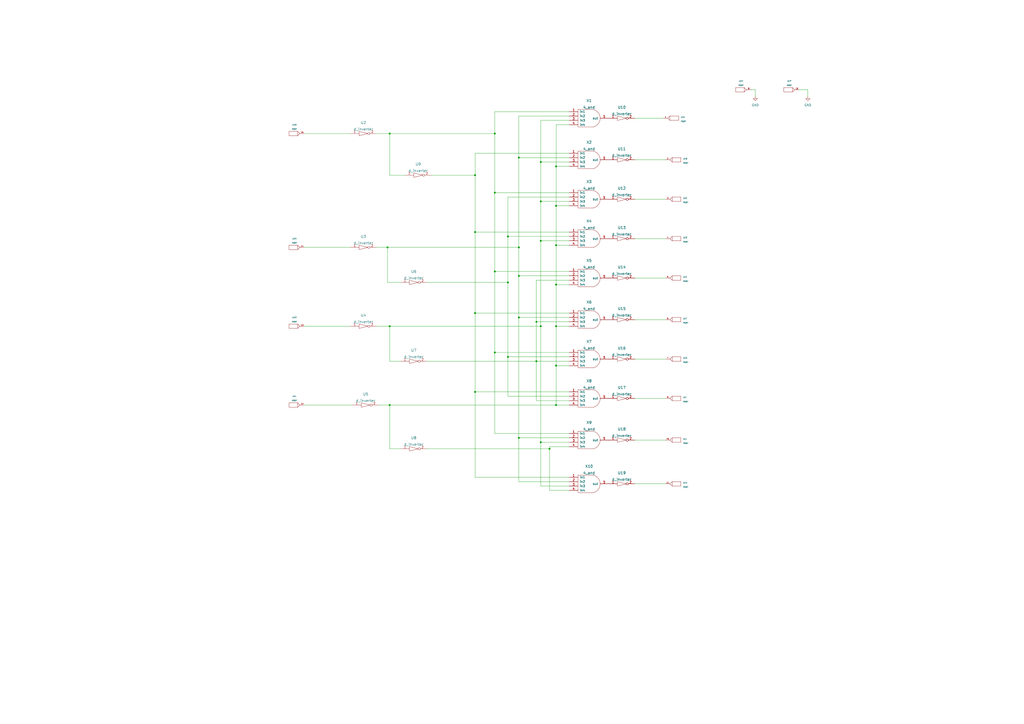
<source format=kicad_sch>
(kicad_sch (version 20211123) (generator eeschema)
  (paper "A2")
  (lib_symbols
    (symbol "eSim_Digital:d_inverter" (pin_names (offset 1.016))
      (property "Reference" "U" (at 0 -2.54 0))
      (property "Value" "d_inverter" (at 0 3.81 0))
      (symbol "d_inverter_0_1"
        (polyline (pts (xy -2.54 1.27) (xy -2.54 -1.27) (xy 2.54 0) (xy -2.54 1.27)))
      )
      (symbol "d_inverter_1_1"
        (pin input line (at -7.62 0 0) (length 5.08) (name "~") (number "1"))
        (pin output inverted (at 7.62 0 180) (length 5.08) (name "~") (number "2"))
      )
    )
    (symbol "eSim_Miscellaneous:PORT" (pin_names (offset 1.016))
      (property "Reference" "U" (at 1.27 2.54 0))
      (property "Value" "PORT" (at 0 0 0))
      (symbol "PORT_0_1"
        (rectangle (start -2.54 1.27) (end 2.54 -1.27))
        (arc (start 2.54 1.27) (mid 3.1355 0.5955) (end 3.81 0))
        (arc (start 3.81 0) (mid 3.1447 -0.6046) (end 2.54 -1.27))
      )
      (symbol "PORT_1_1"
        (pin bidirectional line (at 6.35 0 180) (length 2.54) (name "~") (number "1"))
      )
      (symbol "PORT_2_1"
        (pin bidirectional line (at 6.35 0 180) (length 2.54) (name "~") (number "2"))
      )
      (symbol "PORT_3_1"
        (pin bidirectional line (at 6.35 0 180) (length 2.54) (name "~") (number "3"))
      )
      (symbol "PORT_4_1"
        (pin bidirectional line (at 6.35 0 180) (length 2.54) (name "~") (number "4"))
      )
      (symbol "PORT_5_1"
        (pin bidirectional line (at 6.35 0 180) (length 2.54) (name "~") (number "5"))
      )
      (symbol "PORT_6_1"
        (pin bidirectional line (at 6.35 0 180) (length 2.54) (name "~") (number "6"))
      )
      (symbol "PORT_7_1"
        (pin bidirectional line (at 6.35 0 180) (length 2.54) (name "~") (number "7"))
      )
      (symbol "PORT_8_1"
        (pin bidirectional line (at 6.35 0 180) (length 2.54) (name "~") (number "8"))
      )
      (symbol "PORT_9_1"
        (pin bidirectional line (at 6.35 0 180) (length 2.54) (name "~") (number "9"))
      )
      (symbol "PORT_10_1"
        (pin bidirectional line (at 6.35 0 180) (length 2.54) (name "~") (number "10"))
      )
      (symbol "PORT_11_1"
        (pin bidirectional line (at 6.35 0 180) (length 2.54) (name "~") (number "11"))
      )
      (symbol "PORT_12_1"
        (pin bidirectional line (at 6.35 0 180) (length 2.54) (name "~") (number "12"))
      )
      (symbol "PORT_13_1"
        (pin bidirectional line (at 6.35 0 180) (length 2.54) (name "~") (number "13"))
      )
      (symbol "PORT_14_1"
        (pin bidirectional line (at 6.35 0 180) (length 2.54) (name "~") (number "14"))
      )
      (symbol "PORT_15_1"
        (pin bidirectional line (at 6.35 0 180) (length 2.54) (name "~") (number "15"))
      )
      (symbol "PORT_16_1"
        (pin bidirectional line (at 6.35 0 180) (length 2.54) (name "~") (number "16"))
      )
      (symbol "PORT_17_1"
        (pin bidirectional line (at 6.35 0 180) (length 2.54) (name "~") (number "17"))
      )
      (symbol "PORT_18_1"
        (pin bidirectional line (at 6.35 0 180) (length 2.54) (name "~") (number "18"))
      )
      (symbol "PORT_19_1"
        (pin bidirectional line (at 6.35 0 180) (length 2.54) (name "~") (number "19"))
      )
      (symbol "PORT_20_1"
        (pin bidirectional line (at 6.35 0 180) (length 2.54) (name "~") (number "20"))
      )
      (symbol "PORT_21_1"
        (pin bidirectional line (at 6.35 0 180) (length 2.54) (name "~") (number "21"))
      )
      (symbol "PORT_22_1"
        (pin bidirectional line (at 6.35 0 180) (length 2.54) (name "~") (number "22"))
      )
      (symbol "PORT_23_1"
        (pin bidirectional line (at 6.35 0 180) (length 2.54) (name "~") (number "23"))
      )
      (symbol "PORT_24_1"
        (pin bidirectional line (at 6.35 0 180) (length 2.54) (name "~") (number "24"))
      )
      (symbol "PORT_25_1"
        (pin bidirectional line (at 6.35 0 180) (length 2.54) (name "~") (number "25"))
      )
      (symbol "PORT_26_1"
        (pin bidirectional line (at 6.35 0 180) (length 2.54) (name "~") (number "26"))
      )
    )
    (symbol "eSim_Power:eSim_GND" (power) (pin_names (offset 0))
      (property "Value" "eSim_GND" (at 0 -3.81 0))
      (symbol "eSim_GND_0_1"
        (polyline (pts (xy 0 0) (xy 0 -1.27) (xy 1.27 -1.27) (xy 0 -2.54) (xy -1.27 -1.27) (xy 0 -1.27)))
      )
      (symbol "eSim_GND_1_1"
        (pin power_in line (at 0 0 270) (length 0) hide (name "GND") (number "1"))
      )
    )
    (symbol "eSim_Subckt:4_and" (pin_names (offset 1.016))
      (property "Reference" "X" (at 1.27 -1.27 0))
      (property "Value" "4_and" (at 2.54 2.54 0))
      (symbol "4_and_0_1"
        (polyline (pts (xy -5.08 5.08) (xy 3.81 5.08)))
        (polyline (pts (xy -5.08 5.08) (xy -5.08 -5.08) (xy 1.27 -5.08) (xy 3.81 -5.08)))
        (arc (start 3.81 -5.08) (mid 7.7763 0) (end 3.81 5.08))
      )
      (symbol "4_and_1_1"
        (pin input line (at -10.16 3.81 0) (length 5.08) (name "in1") (number "1"))
        (pin input line (at -10.16 1.27 0) (length 5.08) (name "in2") (number "2"))
        (pin input line (at -10.16 -1.27 0) (length 5.08) (name "in3") (number "3"))
        (pin input line (at -10.16 -3.81 0) (length 5.08) (name "in4") (number "4"))
        (pin output line (at 12.7 0 180) (length 5.08) (name "out") (number "5"))
      )
    )
  )
  (junction (at 300.99 160.02))
  (junction (at 294.64 207.01))
  (junction (at 294.64 163.83))
  (junction (at 311.15 209.55))
  (junction (at 294.64 137.16))
  (junction (at 300.99 143.51))
  (junction (at 322.58 234.95))
  (junction (at 287.02 111.76))
  (junction (at 226.06 234.95))
  (junction (at 300.99 254))
  (junction (at 318.77 260.35))
  (junction (at 322.58 212.09))
  (junction (at 275.59 101.6))
  (junction (at 313.69 256.54))
  (junction (at 287.02 204.47))
  (junction (at 275.59 181.61))
  (junction (at 313.69 93.98))
  (junction (at 300.99 184.15))
  (junction (at 322.58 119.38))
  (junction (at 226.06 77.47))
  (junction (at 300.99 91.44))
  (junction (at 287.02 157.48))
  (junction (at 313.69 189.23))
  (junction (at 322.58 165.1))
  (junction (at 275.59 134.62))
  (junction (at 226.06 189.23))
  (junction (at 313.69 139.7))
  (junction (at 311.15 186.69))
  (junction (at 287.02 77.47))
  (junction (at 322.58 142.24))
  (junction (at 313.69 116.84))
  (junction (at 322.58 96.52))
  (junction (at 275.59 227.33))
  (junction (at 224.79 143.51))
  (junction (at 322.58 189.23))
  (wire (pts (xy 300.99 67.31) (xy 300.99 91.44)))
  (wire (pts (xy 300.99 160.02) (xy 330.2 160.02)))
  (wire (pts (xy 218.44 143.51) (xy 224.79 143.51)))
  (wire (pts (xy 313.69 93.98) (xy 330.2 93.98)))
  (wire (pts (xy 311.15 209.55) (xy 311.15 186.69)))
  (wire (pts (xy 313.69 116.84) (xy 330.2 116.84)))
  (wire (pts (xy 275.59 134.62) (xy 275.59 101.6)))
  (wire (pts (xy 313.69 256.54) (xy 313.69 189.23)))
  (wire (pts (xy 275.59 181.61) (xy 275.59 134.62)))
  (wire (pts (xy 294.64 137.16) (xy 294.64 163.83)))
  (wire (pts (xy 322.58 212.09) (xy 322.58 234.95)))
  (wire (pts (xy 313.69 93.98) (xy 313.69 69.85)))
  (wire (pts (xy 322.58 189.23) (xy 322.58 212.09)))
  (wire (pts (xy 219.71 234.95) (xy 226.06 234.95)))
  (wire (pts (xy 247.65 209.55) (xy 311.15 209.55)))
  (wire (pts (xy 318.77 260.35) (xy 318.77 284.48)))
  (wire (pts (xy 287.02 157.48) (xy 330.2 157.48)))
  (wire (pts (xy 226.06 234.95) (xy 322.58 234.95)))
  (wire (pts (xy 275.59 134.62) (xy 330.2 134.62)))
  (wire (pts (xy 330.2 276.86) (xy 275.59 276.86)))
  (wire (pts (xy 294.64 229.87) (xy 294.64 207.01)))
  (wire (pts (xy 313.69 189.23) (xy 313.69 139.7)))
  (wire (pts (xy 318.77 259.08) (xy 318.77 260.35)))
  (wire (pts (xy 322.58 119.38) (xy 322.58 142.24)))
  (wire (pts (xy 250.19 101.6) (xy 275.59 101.6)))
  (wire (pts (xy 330.2 229.87) (xy 294.64 229.87)))
  (wire (pts (xy 322.58 119.38) (xy 330.2 119.38)))
  (wire (pts (xy 300.99 91.44) (xy 300.99 143.51)))
  (wire (pts (xy 226.06 77.47) (xy 287.02 77.47)))
  (wire (pts (xy 368.3 231.14) (xy 386.08 231.14)))
  (wire (pts (xy 322.58 234.95) (xy 330.2 234.95)))
  (wire (pts (xy 368.3 208.28) (xy 386.08 208.28)))
  (wire (pts (xy 224.79 163.83) (xy 224.79 143.51)))
  (wire (pts (xy 330.2 251.46) (xy 287.02 251.46)))
  (wire (pts (xy 311.15 232.41) (xy 311.15 209.55)))
  (wire (pts (xy 322.58 96.52) (xy 330.2 96.52)))
  (wire (pts (xy 226.06 101.6) (xy 226.06 77.47)))
  (wire (pts (xy 294.64 137.16) (xy 294.64 114.3)))
  (wire (pts (xy 275.59 88.9) (xy 330.2 88.9)))
  (wire (pts (xy 368.3 138.43) (xy 386.08 138.43)))
  (wire (pts (xy 218.44 77.47) (xy 226.06 77.47)))
  (wire (pts (xy 294.64 114.3) (xy 330.2 114.3)))
  (wire (pts (xy 176.53 143.51) (xy 203.2 143.51)))
  (wire (pts (xy 313.69 139.7) (xy 313.69 116.84)))
  (wire (pts (xy 275.59 276.86) (xy 275.59 227.33)))
  (wire (pts (xy 275.59 101.6) (xy 275.59 88.9)))
  (wire (pts (xy 368.3 185.42) (xy 386.08 185.42)))
  (wire (pts (xy 311.15 186.69) (xy 311.15 162.56)))
  (wire (pts (xy 226.06 209.55) (xy 226.06 189.23)))
  (wire (pts (xy 313.69 256.54) (xy 330.2 256.54)))
  (wire (pts (xy 311.15 186.69) (xy 330.2 186.69)))
  (wire (pts (xy 287.02 111.76) (xy 287.02 77.47)))
  (wire (pts (xy 287.02 77.47) (xy 287.02 64.77)))
  (wire (pts (xy 176.53 189.23) (xy 203.2 189.23)))
  (wire (pts (xy 438.15 52.07) (xy 435.61 52.07)))
  (wire (pts (xy 322.58 165.1) (xy 330.2 165.1)))
  (wire (pts (xy 468.63 55.88) (xy 468.63 52.07)))
  (wire (pts (xy 300.99 143.51) (xy 300.99 160.02)))
  (wire (pts (xy 368.3 115.57) (xy 386.08 115.57)))
  (wire (pts (xy 330.2 281.94) (xy 313.69 281.94)))
  (wire (pts (xy 287.02 204.47) (xy 287.02 157.48)))
  (wire (pts (xy 234.95 101.6) (xy 226.06 101.6)))
  (wire (pts (xy 311.15 162.56) (xy 330.2 162.56)))
  (wire (pts (xy 247.65 260.35) (xy 318.77 260.35)))
  (wire (pts (xy 313.69 281.94) (xy 313.69 256.54)))
  (wire (pts (xy 226.06 189.23) (xy 313.69 189.23)))
  (wire (pts (xy 330.2 72.39) (xy 322.58 72.39)))
  (wire (pts (xy 176.53 77.47) (xy 203.2 77.47)))
  (wire (pts (xy 300.99 184.15) (xy 300.99 254)))
  (wire (pts (xy 287.02 251.46) (xy 287.02 204.47)))
  (wire (pts (xy 232.41 209.55) (xy 226.06 209.55)))
  (wire (pts (xy 232.41 260.35) (xy 226.06 260.35)))
  (wire (pts (xy 322.58 142.24) (xy 322.58 165.1)))
  (wire (pts (xy 275.59 181.61) (xy 330.2 181.61)))
  (wire (pts (xy 368.3 255.27) (xy 386.08 255.27)))
  (wire (pts (xy 287.02 111.76) (xy 330.2 111.76)))
  (wire (pts (xy 287.02 64.77) (xy 330.2 64.77)))
  (wire (pts (xy 300.99 67.31) (xy 330.2 67.31)))
  (wire (pts (xy 322.58 72.39) (xy 322.58 96.52)))
  (wire (pts (xy 368.3 92.71) (xy 386.08 92.71)))
  (wire (pts (xy 300.99 254) (xy 300.99 279.4)))
  (wire (pts (xy 311.15 209.55) (xy 330.2 209.55)))
  (wire (pts (xy 313.69 116.84) (xy 313.69 93.98)))
  (wire (pts (xy 275.59 227.33) (xy 330.2 227.33)))
  (wire (pts (xy 300.99 160.02) (xy 300.99 184.15)))
  (wire (pts (xy 330.2 279.4) (xy 300.99 279.4)))
  (wire (pts (xy 300.99 184.15) (xy 330.2 184.15)))
  (wire (pts (xy 322.58 212.09) (xy 330.2 212.09)))
  (wire (pts (xy 287.02 157.48) (xy 287.02 111.76)))
  (wire (pts (xy 368.3 68.58) (xy 384.81 68.58)))
  (wire (pts (xy 294.64 207.01) (xy 330.2 207.01)))
  (wire (pts (xy 313.69 139.7) (xy 330.2 139.7)))
  (wire (pts (xy 247.65 163.83) (xy 294.64 163.83)))
  (wire (pts (xy 368.3 161.29) (xy 386.08 161.29)))
  (wire (pts (xy 322.58 189.23) (xy 330.2 189.23)))
  (wire (pts (xy 287.02 204.47) (xy 330.2 204.47)))
  (wire (pts (xy 330.2 254) (xy 300.99 254)))
  (wire (pts (xy 322.58 165.1) (xy 322.58 189.23)))
  (wire (pts (xy 438.15 55.88) (xy 438.15 52.07)))
  (wire (pts (xy 224.79 143.51) (xy 300.99 143.51)))
  (wire (pts (xy 468.63 52.07) (xy 463.55 52.07)))
  (wire (pts (xy 313.69 69.85) (xy 330.2 69.85)))
  (wire (pts (xy 330.2 284.48) (xy 318.77 284.48)))
  (wire (pts (xy 232.41 163.83) (xy 224.79 163.83)))
  (wire (pts (xy 318.77 259.08) (xy 330.2 259.08)))
  (wire (pts (xy 368.3 280.67) (xy 386.08 280.67)))
  (wire (pts (xy 330.2 232.41) (xy 311.15 232.41)))
  (wire (pts (xy 300.99 91.44) (xy 330.2 91.44)))
  (wire (pts (xy 226.06 260.35) (xy 226.06 234.95)))
  (wire (pts (xy 294.64 137.16) (xy 330.2 137.16)))
  (wire (pts (xy 275.59 227.33) (xy 275.59 181.61)))
  (wire (pts (xy 322.58 142.24) (xy 330.2 142.24)))
  (wire (pts (xy 218.44 189.23) (xy 226.06 189.23)))
  (wire (pts (xy 176.53 234.95) (xy 204.47 234.95)))
  (wire (pts (xy 294.64 163.83) (xy 294.64 207.01)))
  (wire (pts (xy 322.58 96.52) (xy 322.58 119.38)))
  (symbol (lib_id "eSim_Miscellaneous:PORT") (at 457.2 52.07 0) (unit 16)
    (property "Reference" "U1" (at 457.835 46.99 0) (effects (font (size 0.762 0.762))))
    (property "Value" "PORT" (at 457.835 49.53 0) (effects (font (size 0.762 0.762))))
  )
  (symbol (lib_id "eSim_Digital:d_inverter") (at 240.03 209.55 0) (unit 1)
    (property "Reference" "U7" (at 240.03 203.2 0) (effects (font (size 1.524 1.524))))
    (property "Value" "d_inverter" (at 240.03 207.01 0) (effects (font (size 1.524 1.524))))
  )
  (symbol (lib_id "eSim_Miscellaneous:PORT") (at 170.18 234.95 0) (unit 12)
    (property "Reference" "U1" (at 170.815 229.87 0) (effects (font (size 0.762 0.762))))
    (property "Value" "PORT" (at 170.815 232.41 0) (effects (font (size 0.762 0.762))))
  )
  (symbol (lib_id "eSim_Digital:d_inverter") (at 240.03 260.35 0) (unit 1)
    (property "Reference" "U8" (at 240.03 254 0) (effects (font (size 1.524 1.524))))
    (property "Value" "d_inverter" (at 240.03 257.81 0) (effects (font (size 1.524 1.524))))
  )
  (symbol (lib_id "eSim_Subckt:4_and") (at 340.36 115.57 0) (unit 1)
    (property "Reference" "X3" (at 341.7081 105.41 0) (effects (font (size 1.524 1.524))))
    (property "Value" "4_and" (at 341.7081 109.22 0) (effects (font (size 1.524 1.524))))
  )
  (symbol (lib_id "eSim_Miscellaneous:PORT") (at 170.18 189.23 0) (unit 13)
    (property "Reference" "U1" (at 170.815 184.15 0) (effects (font (size 0.762 0.762))))
    (property "Value" "PORT" (at 170.815 186.69 0) (effects (font (size 0.762 0.762))))
  )
  (symbol (lib_id "eSim_Digital:d_inverter") (at 360.68 68.58 0) (unit 1)
    (property "Reference" "U10" (at 360.68 62.23 0) (effects (font (size 1.524 1.524))))
    (property "Value" "d_inverter" (at 360.68 66.04 0) (effects (font (size 1.524 1.524))))
  )
  (symbol (lib_id "eSim_Subckt:4_and") (at 340.36 92.71 0) (unit 1)
    (property "Reference" "X2" (at 341.7081 82.55 0) (effects (font (size 1.524 1.524))))
    (property "Value" "4_and" (at 341.7081 86.36 0) (effects (font (size 1.524 1.524))))
  )
  (symbol (lib_id "eSim_Digital:d_inverter") (at 360.68 280.67 0) (unit 1)
    (property "Reference" "U19" (at 360.68 274.32 0) (effects (font (size 1.524 1.524))))
    (property "Value" "d_inverter" (at 360.68 278.13 0) (effects (font (size 1.524 1.524))))
  )
  (symbol (lib_id "eSim_Digital:d_inverter") (at 210.82 143.51 0) (unit 1)
    (property "Reference" "U3" (at 210.82 137.16 0) (effects (font (size 1.524 1.524))))
    (property "Value" "d_inverter" (at 210.82 140.97 0) (effects (font (size 1.524 1.524))))
  )
  (symbol (lib_id "eSim_Power:eSim_GND") (at 438.15 55.88 0) (unit 1)
    (property "Reference" "#PWR01" (effects hide))
    (property "Value" "eSim_GND" (at 438.15 60.96 0))
  )
  (symbol (lib_id "eSim_Miscellaneous:PORT") (at 392.43 208.28 180) (unit 7)
    (property "Reference" "U1" (at 396.24 207.645 0) (effects (font (size 0.762 0.762)) (justify right)))
    (property "Value" "PORT" (at 396.24 210.185 0) (effects (font (size 0.762 0.762)) (justify right)))
  )
  (symbol (lib_id "eSim_Power:eSim_GND") (at 468.63 55.88 0) (unit 1)
    (property "Reference" "#PWR02" (effects hide))
    (property "Value" "eSim_GND" (at 468.63 60.96 0))
  )
  (symbol (lib_id "eSim_Digital:d_inverter") (at 360.68 115.57 0) (unit 1)
    (property "Reference" "U12" (at 360.68 109.22 0) (effects (font (size 1.524 1.524))))
    (property "Value" "d_inverter" (at 360.68 113.03 0) (effects (font (size 1.524 1.524))))
  )
  (symbol (lib_id "eSim_Digital:d_inverter") (at 212.09 234.95 0) (unit 1)
    (property "Reference" "U5" (at 212.09 228.6 0) (effects (font (size 1.524 1.524))))
    (property "Value" "d_inverter" (at 212.09 232.41 0) (effects (font (size 1.524 1.524))))
  )
  (symbol (lib_id "eSim_Digital:d_inverter") (at 360.68 255.27 0) (unit 1)
    (property "Reference" "U18" (at 360.68 248.92 0) (effects (font (size 1.524 1.524))))
    (property "Value" "d_inverter" (at 360.68 252.73 0) (effects (font (size 1.524 1.524))))
  )
  (symbol (lib_id "eSim_Digital:d_inverter") (at 360.68 185.42 0) (unit 1)
    (property "Reference" "U15" (at 360.68 179.07 0) (effects (font (size 1.524 1.524))))
    (property "Value" "d_inverter" (at 360.68 182.88 0) (effects (font (size 1.524 1.524))))
  )
  (symbol (lib_id "eSim_Subckt:4_and") (at 340.36 161.29 0) (unit 1)
    (property "Reference" "X5" (at 341.7081 151.13 0) (effects (font (size 1.524 1.524))))
    (property "Value" "4_and" (at 341.7081 154.94 0) (effects (font (size 1.524 1.524))))
  )
  (symbol (lib_id "eSim_Subckt:4_and") (at 340.36 255.27 0) (unit 1)
    (property "Reference" "X9" (at 341.7081 245.11 0) (effects (font (size 1.524 1.524))))
    (property "Value" "4_and" (at 341.7081 248.92 0) (effects (font (size 1.524 1.524))))
  )
  (symbol (lib_id "eSim_Miscellaneous:PORT") (at 392.43 138.43 180) (unit 4)
    (property "Reference" "U1" (at 396.24 137.795 0) (effects (font (size 0.762 0.762)) (justify right)))
    (property "Value" "PORT" (at 396.24 140.335 0) (effects (font (size 0.762 0.762)) (justify right)))
  )
  (symbol (lib_id "eSim_Miscellaneous:PORT") (at 392.43 231.14 180) (unit 9)
    (property "Reference" "U1" (at 396.24 230.505 0) (effects (font (size 0.762 0.762)) (justify right)))
    (property "Value" "PORT" (at 396.24 233.045 0) (effects (font (size 0.762 0.762)) (justify right)))
  )
  (symbol (lib_id "eSim_Miscellaneous:PORT") (at 392.43 161.29 180) (unit 5)
    (property "Reference" "U1" (at 396.24 160.655 0) (effects (font (size 0.762 0.762)) (justify right)))
    (property "Value" "PORT" (at 396.24 163.195 0) (effects (font (size 0.762 0.762)) (justify right)))
  )
  (symbol (lib_id "eSim_Miscellaneous:PORT") (at 170.18 143.51 0) (unit 14)
    (property "Reference" "U1" (at 170.815 138.43 0) (effects (font (size 0.762 0.762))))
    (property "Value" "PORT" (at 170.815 140.97 0) (effects (font (size 0.762 0.762))))
  )
  (symbol (lib_id "eSim_Digital:d_inverter") (at 210.82 77.47 0) (unit 1)
    (property "Reference" "U2" (at 210.82 71.12 0) (effects (font (size 1.524 1.524))))
    (property "Value" "d_inverter" (at 210.82 74.93 0) (effects (font (size 1.524 1.524))))
  )
  (symbol (lib_id "eSim_Digital:d_inverter") (at 240.03 163.83 0) (unit 1)
    (property "Reference" "U6" (at 240.03 157.48 0) (effects (font (size 1.524 1.524))))
    (property "Value" "d_inverter" (at 240.03 161.29 0) (effects (font (size 1.524 1.524))))
  )
  (symbol (lib_id "eSim_Digital:d_inverter") (at 360.68 92.71 0) (unit 1)
    (property "Reference" "U11" (at 360.68 86.36 0) (effects (font (size 1.524 1.524))))
    (property "Value" "d_inverter" (at 360.68 90.17 0) (effects (font (size 1.524 1.524))))
  )
  (symbol (lib_id "eSim_Digital:d_inverter") (at 360.68 161.29 0) (unit 1)
    (property "Reference" "U14" (at 360.68 154.94 0) (effects (font (size 1.524 1.524))))
    (property "Value" "d_inverter" (at 360.68 158.75 0) (effects (font (size 1.524 1.524))))
  )
  (symbol (lib_id "eSim_Miscellaneous:PORT") (at 429.26 52.07 0) (unit 8)
    (property "Reference" "U1" (at 429.895 46.99 0) (effects (font (size 0.762 0.762))))
    (property "Value" "PORT" (at 429.895 49.53 0) (effects (font (size 0.762 0.762))))
  )
  (symbol (lib_id "eSim_Subckt:4_and") (at 340.36 185.42 0) (unit 1)
    (property "Reference" "X6" (at 341.7081 175.26 0) (effects (font (size 1.524 1.524))))
    (property "Value" "4_and" (at 341.7081 179.07 0) (effects (font (size 1.524 1.524))))
  )
  (symbol (lib_id "eSim_Miscellaneous:PORT") (at 392.43 185.42 180) (unit 6)
    (property "Reference" "U1" (at 396.24 184.785 0) (effects (font (size 0.762 0.762)) (justify right)))
    (property "Value" "PORT" (at 396.24 187.325 0) (effects (font (size 0.762 0.762)) (justify right)))
  )
  (symbol (lib_id "eSim_Digital:d_inverter") (at 360.68 208.28 0) (unit 1)
    (property "Reference" "U16" (at 360.68 201.93 0) (effects (font (size 1.524 1.524))))
    (property "Value" "d_inverter" (at 360.68 205.74 0) (effects (font (size 1.524 1.524))))
  )
  (symbol (lib_id "eSim_Digital:d_inverter") (at 360.68 231.14 0) (unit 1)
    (property "Reference" "U17" (at 360.68 224.79 0) (effects (font (size 1.524 1.524))))
    (property "Value" "d_inverter" (at 360.68 228.6 0) (effects (font (size 1.524 1.524))))
  )
  (symbol (lib_id "eSim_Subckt:4_and") (at 340.36 68.58 0) (unit 1)
    (property "Reference" "X1" (at 341.7081 58.42 0) (effects (font (size 1.524 1.524))))
    (property "Value" "4_and" (at 341.7081 62.23 0) (effects (font (size 1.524 1.524))))
  )
  (symbol (lib_id "eSim_Miscellaneous:PORT") (at 392.43 92.71 180) (unit 2)
    (property "Reference" "U1" (at 396.24 92.075 0) (effects (font (size 0.762 0.762)) (justify right)))
    (property "Value" "PORT" (at 396.24 94.615 0) (effects (font (size 0.762 0.762)) (justify right)))
  )
  (symbol (lib_id "eSim_Digital:d_inverter") (at 210.82 189.23 0) (unit 1)
    (property "Reference" "U4" (at 210.82 182.88 0) (effects (font (size 1.524 1.524))))
    (property "Value" "d_inverter" (at 210.82 186.69 0) (effects (font (size 1.524 1.524))))
  )
  (symbol (lib_id "eSim_Miscellaneous:PORT") (at 392.43 280.67 180) (unit 11)
    (property "Reference" "U1" (at 396.24 280.035 0) (effects (font (size 0.762 0.762)) (justify right)))
    (property "Value" "PORT" (at 396.24 282.575 0) (effects (font (size 0.762 0.762)) (justify right)))
  )
  (symbol (lib_id "eSim_Digital:d_inverter") (at 242.57 101.6 0) (unit 1)
    (property "Reference" "U9" (at 242.57 95.25 0) (effects (font (size 1.524 1.524))))
    (property "Value" "d_inverter" (at 242.57 99.06 0) (effects (font (size 1.524 1.524))))
  )
  (symbol (lib_id "eSim_Miscellaneous:PORT") (at 170.18 77.47 0) (unit 15)
    (property "Reference" "U1" (at 170.815 72.39 0) (effects (font (size 0.762 0.762))))
    (property "Value" "PORT" (at 170.815 74.93 0) (effects (font (size 0.762 0.762))))
  )
  (symbol (lib_id "eSim_Subckt:4_and") (at 340.36 138.43 0) (unit 1)
    (property "Reference" "X4" (at 341.7081 128.27 0) (effects (font (size 1.524 1.524))))
    (property "Value" "4_and" (at 341.7081 132.08 0) (effects (font (size 1.524 1.524))))
  )
  (symbol (lib_id "eSim_Subckt:4_and") (at 340.36 208.28 0) (unit 1)
    (property "Reference" "X7" (at 341.7081 198.12 0) (effects (font (size 1.524 1.524))))
    (property "Value" "4_and" (at 341.7081 201.93 0) (effects (font (size 1.524 1.524))))
  )
  (symbol (lib_id "eSim_Miscellaneous:PORT") (at 392.43 255.27 180) (unit 10)
    (property "Reference" "U1" (at 396.24 254.635 0) (effects (font (size 0.762 0.762)) (justify right)))
    (property "Value" "PORT" (at 396.24 257.175 0) (effects (font (size 0.762 0.762)) (justify right)))
  )
  (symbol (lib_id "eSim_Miscellaneous:PORT") (at 392.43 115.57 180) (unit 3)
    (property "Reference" "U1" (at 396.24 114.935 0) (effects (font (size 0.762 0.762)) (justify right)))
    (property "Value" "PORT" (at 396.24 117.475 0) (effects (font (size 0.762 0.762)) (justify right)))
  )
  (symbol (lib_id "eSim_Subckt:4_and") (at 340.36 231.14 0) (unit 1)
    (property "Reference" "X8" (at 341.7081 220.98 0) (effects (font (size 1.524 1.524))))
    (property "Value" "4_and" (at 341.7081 224.79 0) (effects (font (size 1.524 1.524))))
  )
  (symbol (lib_id "eSim_Digital:d_inverter") (at 360.68 138.43 0) (unit 1)
    (property "Reference" "U13" (at 360.68 132.08 0) (effects (font (size 1.524 1.524))))
    (property "Value" "d_inverter" (at 360.68 135.89 0) (effects (font (size 1.524 1.524))))
  )
  (symbol (lib_id "eSim_Subckt:4_and") (at 340.36 280.67 0) (unit 1)
    (property "Reference" "X10" (at 341.7081 270.51 0) (effects (font (size 1.524 1.524))))
    (property "Value" "4_and" (at 341.7081 274.32 0) (effects (font (size 1.524 1.524))))
  )
  (symbol (lib_id "eSim_Miscellaneous:PORT") (at 391.16 68.58 180) (unit 1)
    (property "Reference" "U1" (at 394.97 67.945 0) (effects (font (size 0.762 0.762)) (justify right)))
    (property "Value" "PORT" (at 394.97 70.485 0) (effects (font (size 0.762 0.762)) (justify right)))
  )
)
</source>
